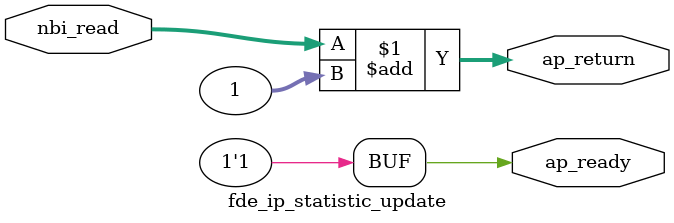
<source format=v>

`timescale 1 ns / 1 ps 

module fde_ip_statistic_update (
        ap_ready,
        nbi_read,
        ap_return
);


output   ap_ready;
input  [31:0] nbi_read;
output  [31:0] ap_return;

assign ap_ready = 1'b1;

assign ap_return = (nbi_read + 32'd1);

endmodule //fde_ip_statistic_update

</source>
